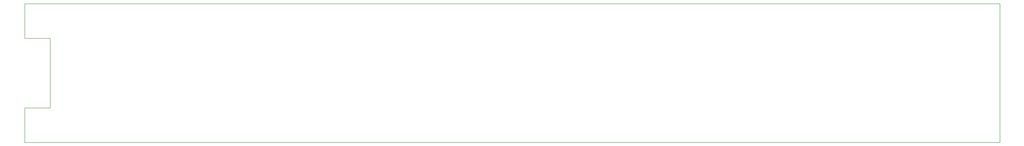
<source format=gko>
%TF.GenerationSoftware,KiCad,Pcbnew,(5.1.8)-1*%
%TF.CreationDate,2022-07-19T09:06:55+02:00*%
%TF.ProjectId,Hardware,48617264-7761-4726-952e-6b696361645f,rev?*%
%TF.SameCoordinates,Original*%
%TF.FileFunction,Profile,NP*%
%FSLAX46Y46*%
G04 Gerber Fmt 4.6, Leading zero omitted, Abs format (unit mm)*
G04 Created by KiCad (PCBNEW (5.1.8)-1) date 2022-07-19 09:06:55*
%MOMM*%
%LPD*%
G01*
G04 APERTURE LIST*
%TA.AperFunction,Profile*%
%ADD10C,0.050000*%
%TD*%
G04 APERTURE END LIST*
D10*
X19050000Y-117157500D02*
X24447500Y-117157500D01*
X19050000Y-102552500D02*
X24447500Y-102552500D01*
X24447500Y-117157500D02*
X24447500Y-102552500D01*
X19050000Y-102552500D02*
X19050000Y-100647500D01*
X19050000Y-100647500D02*
X19050000Y-95250000D01*
X19050000Y-124460000D02*
X19050000Y-117157500D01*
X223520000Y-124460000D02*
X19050000Y-124460000D01*
X223520000Y-95250000D02*
X223520000Y-124460000D01*
X19050000Y-95250000D02*
X223520000Y-95250000D01*
M02*

</source>
